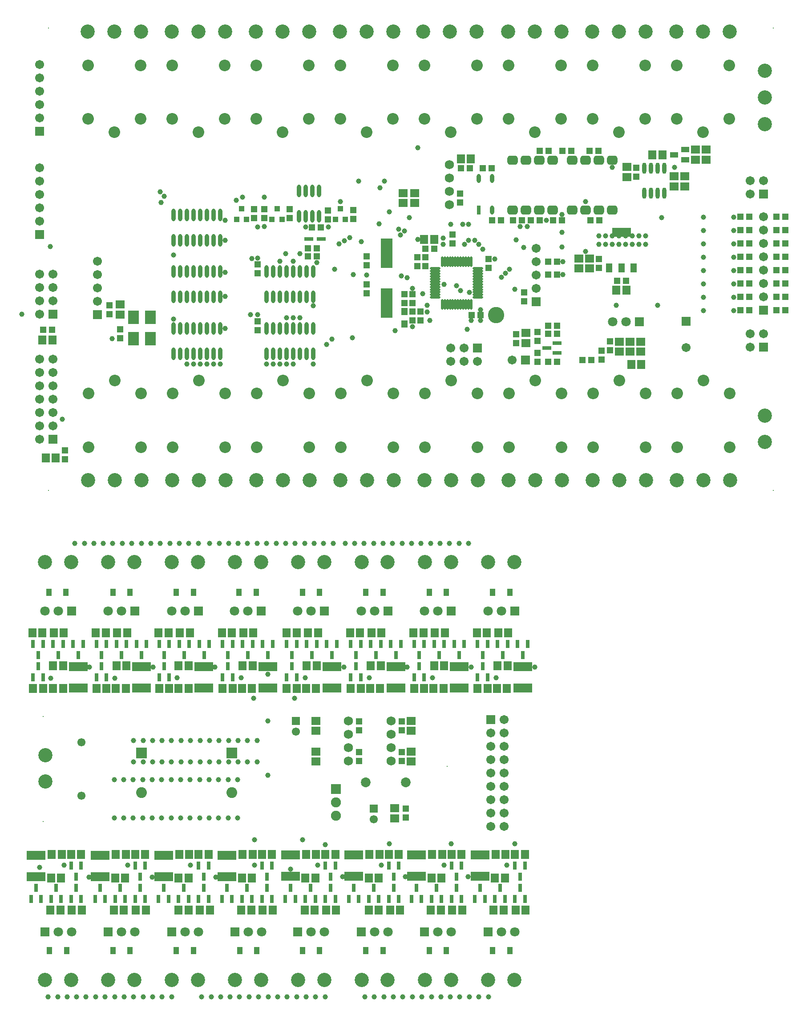
<source format=gts>
%FSDAX23Y23*%
%MOIN*%
%SFA1B1*%

%IPPOS*%
%AMD106*
4,1,8,-0.039000,0.014900,-0.039000,-0.014900,-0.020000,-0.033900,0.020000,-0.033900,0.039000,-0.014900,0.039000,0.014900,0.020000,0.033900,-0.020000,0.033900,-0.039000,0.014900,0.0*
1,1,0.038000,-0.020000,0.014900*
1,1,0.038000,-0.020000,-0.014900*
1,1,0.038000,0.020000,-0.014900*
1,1,0.038000,0.020000,0.014900*
%
%ADD96R,0.039500X0.043400*%
%ADD97R,0.047400X0.051300*%
%ADD98R,0.051300X0.047400*%
%ADD99R,0.067100X0.031600*%
%ADD100R,0.067100X0.059200*%
%ADD101R,0.047400X0.053300*%
%ADD102O,0.031600X0.094600*%
%ADD103R,0.059200X0.067100*%
%ADD104O,0.078900X0.019800*%
%ADD105O,0.019800X0.078900*%
G04~CAMADD=106~8~0.0~0.0~678.0~781.0~190.0~0.0~15~0.0~0.0~0.0~0.0~0~0.0~0.0~0.0~0.0~0~0.0~0.0~0.0~90.0~780.0~677.0*
%ADD106D106*%
%ADD107R,0.031600X0.067100*%
%ADD108O,0.031600X0.067100*%
%ADD109O,0.031600X0.082800*%
%ADD110R,0.063100X0.043400*%
%ADD111R,0.063100X0.043400*%
%ADD112R,0.078900X0.102500*%
%ADD113R,0.141900X0.071000*%
%ADD114R,0.031600X0.059200*%
%ADD115R,0.043800X0.056000*%
%ADD116R,0.086700X0.224500*%
%ADD117C,0.122000*%
%ADD118R,0.065100X0.029700*%
%ADD119R,0.051300X0.069000*%
%ADD120R,0.051300X0.069000*%
%ADD121R,0.143800X0.069000*%
%ADD122R,0.074900X0.074900*%
%ADD123C,0.074900*%
%ADD124C,0.106400*%
%ADD125R,0.067100X0.067100*%
%ADD126C,0.067100*%
%ADD127R,0.067100X0.067100*%
%ADD128R,0.071000X0.071000*%
%ADD129C,0.071000*%
%ADD130C,0.061100*%
%ADD131R,0.061100X0.061100*%
%ADD132C,0.073000*%
%ADD133C,0.008000*%
%ADD134C,0.068000*%
%ADD135C,0.086700*%
%ADD136R,0.080800X0.080800*%
%ADD137C,0.080800*%
%ADD138C,0.061100*%
%ADD139C,0.039500*%
%LNde-130817-1*%
%LPD*%
G54D96*
X02920Y07281D03*
X02957Y07202D03*
X02882D03*
X03660Y07281D03*
X03697Y07202D03*
X03622D03*
X03185Y07281D03*
X03222Y07202D03*
X03147D03*
G54D97*
X04977Y06341D03*
Y06274D03*
X05135Y06136D03*
Y06203D03*
Y06358D03*
Y06291D03*
X03012Y07211D03*
Y07278D03*
X03755Y07206D03*
Y07273D03*
X03565Y07203D03*
Y07270D03*
X03090Y07211D03*
Y07278D03*
X05035Y06588D03*
Y06655D03*
X04200Y06513D03*
Y06446D03*
X04260Y06513D03*
Y06446D03*
X04770Y06838D03*
Y06905D03*
X04295Y06920D03*
Y06853D03*
X04235D03*
Y06920D03*
X04200Y06643D03*
Y06576D03*
X04140Y06643D03*
Y06576D03*
X03855Y06858D03*
Y06925D03*
Y06715D03*
Y06648D03*
X04555Y07395D03*
Y07328D03*
X05875Y07590D03*
Y07523D03*
X02010Y06311D03*
Y06378D03*
X01595Y05473D03*
Y05406D03*
X05595Y06905D03*
Y06838D03*
X05680Y06290D03*
Y06223D03*
X05615Y06151D03*
Y06218D03*
X03800Y03443D03*
Y03376D03*
Y03213D03*
Y03146D03*
X04120Y03213D03*
Y03146D03*
Y03443D03*
Y03376D03*
X03280Y07278D03*
Y07211D03*
X04150Y02788D03*
Y02721D03*
X03040Y06798D03*
Y06865D03*
Y06373D03*
Y06440D03*
X01930Y06493D03*
Y06560D03*
X04500Y07090D03*
Y07023D03*
G54D98*
X05216Y06405D03*
X05283D03*
X05216Y06135D03*
X05283D03*
Y06345D03*
X05216D03*
X05283Y06790D03*
X05216D03*
X05283Y06885D03*
X05216D03*
X03446Y07142D03*
X03513D03*
X04641Y06487D03*
X04708D03*
X04363Y06982D03*
X04296D03*
X05598Y07197D03*
X05531D03*
X04863D03*
X04796D03*
X04561Y07587D03*
X04628D03*
X05318Y07197D03*
X05251D03*
X05086D03*
X05153D03*
X05018D03*
X04951D03*
X05593Y07717D03*
X05526D03*
X05388Y07715D03*
X05321D03*
X05218Y07717D03*
X05151D03*
X04726Y07587D03*
X04793D03*
X01431Y06375D03*
X01498D03*
X05538Y06150D03*
X05471D03*
X05798Y06742D03*
X05731D03*
X03483Y06986D03*
X03416D03*
Y06927D03*
X03483D03*
X06656Y07222D03*
X06723D03*
X06656Y07122D03*
X06723D03*
X06656Y07022D03*
X06723D03*
X06656Y06922D03*
X06723D03*
X06656Y06822D03*
X06723D03*
X06656Y06722D03*
X06723D03*
X06656Y06622D03*
X06723D03*
X06656Y06522D03*
X06723D03*
X06926D03*
X06993D03*
X06926Y06622D03*
X06993D03*
X06926Y06722D03*
X06993D03*
X06926Y06822D03*
X06993D03*
X06926Y06922D03*
X06993D03*
X06926Y07022D03*
X06993D03*
X06926Y07122D03*
X06993D03*
X06926Y07222D03*
X06993D03*
G54D99*
X05282Y06202D03*
Y06277D03*
X05207Y06240D03*
G54D100*
X05050Y06352D03*
Y06277D03*
X04215Y07399D03*
Y07324D03*
X04130Y07399D03*
Y07324D03*
X06240Y07524D03*
Y07449D03*
X06400Y07724D03*
Y07649D03*
X06320Y07724D03*
Y07649D03*
X06160Y07524D03*
Y07449D03*
X05445Y06909D03*
Y06834D03*
X05525Y06909D03*
Y06834D03*
X05830Y06286D03*
Y06211D03*
X05750Y06286D03*
Y06211D03*
X05910Y06286D03*
Y06211D03*
X04190Y03217D03*
Y03142D03*
X03475Y03217D03*
Y03142D03*
Y03447D03*
Y03372D03*
X04190Y03447D03*
Y03372D03*
X02010Y06489D03*
Y06564D03*
X04065Y02792D03*
Y02717D03*
X05805Y07594D03*
Y07519D03*
G54D101*
X04140Y06511D03*
Y06418D03*
G54D102*
X03350Y07227D03*
X03400D03*
X03450D03*
X03500D03*
X03350Y07416D03*
X03400D03*
X03450D03*
X03500D03*
X03105Y06622D03*
X03155D03*
X03205D03*
X03255D03*
X03305D03*
X03355D03*
X03405D03*
X03455D03*
X03105Y06811D03*
X03155D03*
X03205D03*
X03255D03*
X03305D03*
X03355D03*
X03405D03*
X03455D03*
X02410Y06197D03*
X02460D03*
X02510D03*
X02560D03*
X02610D03*
X02660D03*
X02710D03*
X02760D03*
X02410Y06386D03*
X02460D03*
X02510D03*
X02560D03*
X02610D03*
X02660D03*
X02710D03*
X02760D03*
X02410Y06622D03*
X02460D03*
X02510D03*
X02560D03*
X02610D03*
X02660D03*
X02710D03*
X02760D03*
X02410Y06811D03*
X02460D03*
X02510D03*
X02560D03*
X02610D03*
X02660D03*
X02710D03*
X02760D03*
X02410Y07047D03*
X02460D03*
X02510D03*
X02560D03*
X02610D03*
X02660D03*
X02710D03*
X02760D03*
X02410Y07236D03*
X02460D03*
X02510D03*
X02560D03*
X02610D03*
X02660D03*
X02710D03*
X02760D03*
X03105Y06197D03*
X03155D03*
X03205D03*
X03255D03*
X03305D03*
X03355D03*
X03405D03*
X03455D03*
X03105Y06386D03*
X03155D03*
X03205D03*
X03255D03*
X03305D03*
X03355D03*
X03405D03*
X03455D03*
G54D103*
X04362Y07052D03*
X04287D03*
X04562Y07657D03*
X04637D03*
X06072Y07687D03*
X05997D03*
X01427Y06300D03*
X01502D03*
X01452Y05415D03*
X01527D03*
X05802Y06672D03*
X05727D03*
X05914Y06117D03*
X05839D03*
X01492Y02270D03*
X01567D03*
X01647Y02030D03*
X01722D03*
X01562D03*
X01487D03*
X01497Y02445D03*
X01572D03*
X01642D03*
X01717D03*
X01972Y02270D03*
X02047D03*
X02127Y02030D03*
X02202D03*
X02037D03*
X01962D03*
X01977Y02445D03*
X02052D03*
X02122D03*
X02197D03*
X02522Y02030D03*
X02447D03*
X02452Y02445D03*
X02527D03*
X02597D03*
X02672D03*
X02447Y02270D03*
X02522D03*
X02607Y02030D03*
X02682D03*
X03077D03*
X03152D03*
X02922Y02270D03*
X02997D03*
X02992Y02030D03*
X02917D03*
X02927Y02445D03*
X03002D03*
X03072D03*
X03147D03*
X03397Y02270D03*
X03472D03*
X03467Y02030D03*
X03392D03*
X03552D03*
X03627D03*
X03402Y02445D03*
X03477D03*
X03547D03*
X03622D03*
X03947Y02030D03*
X03872D03*
Y02269D03*
X03947D03*
X04032Y02030D03*
X04107D03*
X03877Y02445D03*
X03952D03*
X04022D03*
X04097D03*
X04342Y02269D03*
X04417D03*
X04412Y02030D03*
X04337D03*
X04497D03*
X04572D03*
X04347Y02445D03*
X04422D03*
X04492D03*
X04567D03*
X04882Y02030D03*
X04807D03*
X04817Y02269D03*
X04892D03*
X04972Y02030D03*
X05047D03*
X04822Y02445D03*
X04897D03*
X04967D03*
X05042D03*
X04757Y04105D03*
X04682D03*
X04912Y03860D03*
X04837D03*
X04842Y04105D03*
X04917D03*
X04907Y03690D03*
X04832D03*
X04762D03*
X04687D03*
X04282Y04105D03*
X04207D03*
X04437Y03860D03*
X04362D03*
X04432Y03690D03*
X04357D03*
X04287D03*
X04212D03*
X04367Y04105D03*
X04442D03*
X03892D03*
X03967D03*
X03807D03*
X03732D03*
X03962Y03860D03*
X03887D03*
X03957Y03690D03*
X03882D03*
X03812D03*
X03737D03*
X03482Y03860D03*
X03407D03*
X03417Y04105D03*
X03492D03*
X03477Y03690D03*
X03402D03*
X03332D03*
X03257D03*
X03332Y04105D03*
X03257D03*
X02847D03*
X02772D03*
X03002Y03860D03*
X02927D03*
X02932Y04105D03*
X03007D03*
X02997Y03690D03*
X02922D03*
X02852D03*
X02777D03*
X02457Y04105D03*
X02532D03*
X02522Y03860D03*
X02447D03*
X02522Y03690D03*
X02447D03*
X02377D03*
X02302D03*
X02372Y04105D03*
X02297D03*
X01987D03*
X02062D03*
X01902D03*
X01827D03*
X02057Y03860D03*
X01982D03*
X02052Y03690D03*
X01977D03*
X01907D03*
X01832D03*
X01427Y04105D03*
X01352D03*
X01512D03*
X01587D03*
X01582Y03860D03*
X01507D03*
X01432Y03690D03*
X01357D03*
X01582D03*
X01507D03*
G54D104*
X04370Y06835D03*
Y06815D03*
Y06795D03*
Y06776D03*
Y06756D03*
Y06736D03*
Y06717D03*
Y06697D03*
Y06677D03*
Y06658D03*
Y06638D03*
Y06618D03*
X04689D03*
Y06638D03*
Y06658D03*
Y06677D03*
Y06697D03*
Y06717D03*
Y06736D03*
Y06756D03*
Y06776D03*
Y06795D03*
Y06815D03*
Y06835D03*
G54D105*
X04422Y06567D03*
X04441D03*
X04461D03*
X04481D03*
X04500D03*
X04520D03*
X04540D03*
X04559D03*
X04579D03*
X04599D03*
X04618D03*
X04638D03*
Y06886D03*
X04618D03*
X04599D03*
X04579D03*
X04559D03*
X04540D03*
X04520D03*
X04500D03*
X04481D03*
X04461D03*
X04441D03*
X04422D03*
G54D106*
X05695Y07646D03*
X05595D03*
X05495D03*
X05395D03*
X05695Y07272D03*
X05595D03*
X05495D03*
X05395D03*
X04950D03*
X05050D03*
X05150D03*
X05250D03*
X04950Y07646D03*
X05050D03*
X05150D03*
X05250D03*
G54D107*
X04695Y07272D03*
G54D108*
X04795Y07272D03*
X04695Y07508D03*
X04795D03*
G54D109*
X06085Y07584D03*
X06035D03*
X05985D03*
X05935D03*
X06085Y07399D03*
X06035D03*
X05985D03*
X05935D03*
G54D110*
X06158Y07687D03*
X06242Y07649D03*
G54D111*
X06242Y07724D03*
G54D112*
X02110Y06470D03*
Y06309D03*
X02235D03*
Y06470D03*
G54D113*
X01380Y02440D03*
Y02279D03*
X01860Y02440D03*
Y02279D03*
X02335Y02440D03*
Y02279D03*
X02810Y02440D03*
Y02279D03*
X03285Y02443D03*
Y02281D03*
X03760Y02443D03*
Y02281D03*
X04230Y02443D03*
Y02281D03*
X04705Y02443D03*
Y02281D03*
X05025Y03692D03*
Y03853D03*
X04550Y03692D03*
Y03853D03*
X04075Y03692D03*
Y03853D03*
X03595Y03692D03*
Y03853D03*
X03115Y03692D03*
Y03853D03*
X02635Y03692D03*
Y03853D03*
X02170Y03692D03*
Y03853D03*
X01695Y03692D03*
Y03853D03*
G54D114*
X01717Y02361D03*
X01642D03*
X01680Y02278D03*
X01492Y02113D03*
X01567D03*
X01530Y02196D03*
X01342Y02113D03*
X01417D03*
X01380Y02196D03*
X01642Y02113D03*
X01717D03*
X01680Y02196D03*
X02197Y02361D03*
X02122D03*
X02160Y02278D03*
X01972Y02113D03*
X02047D03*
X02010Y02196D03*
X01822Y02113D03*
X01897D03*
X01860Y02196D03*
X02122Y02113D03*
X02197D03*
X02160Y02196D03*
X02672Y02361D03*
X02597D03*
X02635Y02278D03*
X02447Y02113D03*
X02522D03*
X02485Y02196D03*
X02297Y02113D03*
X02372D03*
X02335Y02196D03*
X02597Y02113D03*
X02672D03*
X02635Y02196D03*
X03147Y02361D03*
X03072D03*
X03110Y02278D03*
X02922Y02113D03*
X02997D03*
X02960Y02196D03*
X02772Y02113D03*
X02847D03*
X02810Y02196D03*
X03072Y02113D03*
X03147D03*
X03110Y02196D03*
X03622Y02361D03*
X03547D03*
X03585Y02278D03*
X03397Y02113D03*
X03472D03*
X03435Y02196D03*
X03247Y02113D03*
X03322D03*
X03285Y02196D03*
X03547Y02113D03*
X03622D03*
X03585Y02196D03*
X04097Y02361D03*
X04022D03*
X04060Y02278D03*
X03872Y02113D03*
X03947D03*
X03910Y02196D03*
X03722Y02113D03*
X03797D03*
X03760Y02196D03*
X04022Y02113D03*
X04097D03*
X04060Y02196D03*
X04567Y02361D03*
X04492D03*
X04530Y02278D03*
X04342Y02113D03*
X04417D03*
X04380Y02196D03*
X04192Y02113D03*
X04267D03*
X04230Y02196D03*
X04492Y02113D03*
X04567D03*
X04530Y02196D03*
X05042Y02361D03*
X04967D03*
X05005Y02278D03*
X04817Y02113D03*
X04892D03*
X04855Y02196D03*
X04667Y02113D03*
X04742D03*
X04705Y02196D03*
X04967Y02113D03*
X05042D03*
X05005Y02196D03*
X04687Y03773D03*
X04762D03*
X04725Y03856D03*
X05062Y04021D03*
X04987D03*
X05025Y03938D03*
X04912Y04021D03*
X04837D03*
X04875Y03938D03*
X04762Y04021D03*
X04687D03*
X04725Y03938D03*
X04212Y03773D03*
X04287D03*
X04250Y03856D03*
X04587Y04021D03*
X04512D03*
X04550Y03938D03*
X04437Y04021D03*
X04362D03*
X04400Y03938D03*
X04287Y04021D03*
X04212D03*
X04250Y03938D03*
X03737Y03773D03*
X03812D03*
X03775Y03856D03*
X03962Y04021D03*
X03887D03*
X03925Y03938D03*
X04112Y04021D03*
X04037D03*
X04075Y03938D03*
X03812Y04021D03*
X03737D03*
X03775Y03938D03*
X03257Y03773D03*
X03332D03*
X03295Y03856D03*
X03482Y04021D03*
X03407D03*
X03445Y03938D03*
X03632Y04021D03*
X03557D03*
X03595Y03938D03*
X03332Y04021D03*
X03257D03*
X03295Y03938D03*
X02777Y03773D03*
X02852D03*
X02815Y03856D03*
X03002Y04021D03*
X02927D03*
X02965Y03938D03*
X03152Y04021D03*
X03077D03*
X03115Y03938D03*
X01907Y04021D03*
X01832D03*
X01870Y03938D03*
X02302Y03773D03*
X02377D03*
X02340Y03856D03*
X02527Y04021D03*
X02452D03*
X02490Y03938D03*
X02677Y04021D03*
X02602D03*
X02640Y03938D03*
X02852Y04021D03*
X02777D03*
X02815Y03938D03*
X02057Y04021D03*
X01982D03*
X02020Y03938D03*
X02207Y04021D03*
X02132D03*
X02170Y03938D03*
X01832Y03773D03*
X01907D03*
X01870Y03856D03*
X01732Y04021D03*
X01657D03*
X01695Y03938D03*
X01582Y04021D03*
X01507D03*
X01545Y03938D03*
X01357Y03773D03*
X01432D03*
X01395Y03856D03*
X01432Y04021D03*
X01357D03*
X01395Y03938D03*
X02377Y04021D03*
X02302D03*
X02340Y03938D03*
G54D115*
X01480Y01725D03*
X01609D03*
X01955D03*
X02084D03*
X02430D03*
X02559D03*
X02905D03*
X03034D03*
X03850D03*
X03979D03*
X04325D03*
X04454D03*
X04800D03*
X04929D03*
Y04410D03*
X04800D03*
X04454D03*
X04325D03*
X03979D03*
X03850D03*
X03504D03*
X03375D03*
X03029D03*
X02900D03*
X02559D03*
X02430D03*
X03375Y01725D03*
X03504D03*
X01604Y04410D03*
X01475D03*
X02084D03*
X01955D03*
G54D116*
X04005Y06949D03*
Y06575D03*
G54D117*
X04825Y06485D03*
G54D118*
X03516Y07057D03*
X03424D03*
G54D119*
X05674Y06839D03*
G54D120*
X05765Y06839D03*
X05855D03*
G54D121*
X05765Y07104D03*
G54D122*
X03625Y02935D03*
G54D123*
X03625Y02835D03*
Y02735D03*
G54D124*
X06840Y07916D03*
Y08116D03*
Y08316D03*
X06840Y05536D03*
Y05733D03*
X06578Y05250D03*
X06378D03*
X06178D03*
X05948D03*
X05748D03*
X05548D03*
X05318D03*
X05118D03*
X04918D03*
X04688D03*
X04488D03*
X04288D03*
X04058D03*
X03858D03*
X03658D03*
X03428D03*
X03228D03*
X03028D03*
X02798D03*
X02598D03*
X02398D03*
X02168D03*
X01968D03*
X01768D03*
X01450Y03188D03*
Y02991D03*
X04766Y04635D03*
X04963D03*
X04292D03*
X04489D03*
X03818D03*
X04014D03*
X03343D03*
X03540D03*
X02869D03*
X03066D03*
X02395D03*
X02592D03*
X01920D03*
X02117D03*
X01446D03*
X01643D03*
Y01505D03*
X01446D03*
X02117D03*
X01920D03*
X02592D03*
X02395D03*
X03066D03*
X02869D03*
X03540D03*
X03343D03*
X04014D03*
X03818D03*
X04489D03*
X04292D03*
X04963D03*
X04766D03*
X01765Y08610D03*
X01965D03*
X02165D03*
X02395D03*
X02595D03*
X02795D03*
X03025D03*
X03225D03*
X03425D03*
X03655D03*
X03855D03*
X04055D03*
X04280D03*
X04480D03*
X04680D03*
X04915D03*
X05115D03*
X05315D03*
X05545D03*
X05745D03*
X05945D03*
X06175D03*
X06375D03*
X06575D03*
G54D125*
X05045Y06150D03*
X04685Y06240D03*
G54D126*
X04945Y06150D03*
X04485Y06140D03*
Y06240D03*
X04585Y06140D03*
Y06240D03*
X04685Y06140D03*
X01840Y06590D03*
Y06690D03*
Y06790D03*
Y06890D03*
X01405Y06157D03*
X01505D03*
X01405Y06057D03*
X01505D03*
X01405Y05957D03*
X01505D03*
X01405Y05857D03*
X01505D03*
X01405Y05757D03*
X01505D03*
X01405Y05657D03*
X01505D03*
X01405Y05557D03*
Y06492D03*
X01505Y06592D03*
X01405D03*
X01505Y06692D03*
X01405D03*
X01505Y06792D03*
X01405D03*
X05125Y06687D03*
Y06787D03*
Y06887D03*
Y06987D03*
X06730Y07392D03*
X06830Y07492D03*
X06730D03*
X06830Y07222D03*
Y07122D03*
Y07022D03*
Y06922D03*
Y06822D03*
Y06722D03*
Y06622D03*
X06730Y06247D03*
X06830Y06347D03*
X06730D03*
X01405Y07590D03*
Y07490D03*
Y07390D03*
Y07290D03*
Y07190D03*
Y08363D03*
Y08263D03*
Y08163D03*
Y08063D03*
Y07963D03*
X04885Y03455D03*
X04785Y03355D03*
X04885D03*
X04785Y03255D03*
X04885D03*
X04785Y03155D03*
X04885D03*
X04785Y03055D03*
X04885D03*
X04785Y02955D03*
X04885D03*
X04785Y02855D03*
X04885D03*
X04785Y02755D03*
X04885D03*
X04785Y02655D03*
X04885D03*
X06250Y06243D03*
G54D127*
X01840Y06490D03*
X01505Y05557D03*
Y06492D03*
X05125Y06587D03*
X06830Y07392D03*
Y06522D03*
Y06247D03*
X01405Y07090D03*
Y07863D03*
X04785Y03455D03*
X06250Y06440D03*
G54D128*
X04765Y01865D03*
X04290D03*
X03815D03*
X03340D03*
X02870D03*
X02395D03*
X01920D03*
X01445D03*
X05900Y06437D03*
X04965Y04270D03*
X04490D03*
X03540D03*
X04015D03*
X02595D03*
X03065D03*
X01645D03*
X02120D03*
G54D129*
X04865Y01865D03*
X04965D03*
X04390D03*
X04490D03*
X03915D03*
X04015D03*
X03440D03*
X03540D03*
X02970D03*
X03070D03*
X02495D03*
X02595D03*
X02020D03*
X02120D03*
X01545D03*
X01645D03*
X05700Y06437D03*
X05800D03*
X04865Y04270D03*
X04765D03*
X04390D03*
X04290D03*
X03440D03*
X03340D03*
X03915D03*
X03815D03*
X02495D03*
X02395D03*
X02965D03*
X02865D03*
X01545D03*
X01445D03*
X02020D03*
X01920D03*
G54D130*
X03910Y02710D03*
X03325Y03365D03*
G54D131*
X03910Y02789D03*
X03325Y03444D03*
G54D132*
X03850Y02985D03*
X04150D03*
G54D133*
X04460Y03105D03*
X01431Y03480D03*
Y02693D03*
X06904Y05173D03*
X01471D03*
X06904Y08637D03*
X01471D03*
G54D134*
X04475Y07312D03*
Y07412D03*
Y07512D03*
Y07612D03*
X04040Y03145D03*
Y03245D03*
Y03345D03*
Y03445D03*
X03720Y03145D03*
Y03245D03*
Y03345D03*
Y03445D03*
G54D135*
X06572Y08357D03*
X06178D03*
X06572Y07955D03*
X06178D03*
X06375Y07857D03*
X05942Y08357D03*
X05548D03*
X05942Y07955D03*
X05548D03*
X05745Y07857D03*
X05312Y08357D03*
X04918D03*
X05312Y07955D03*
X04918D03*
X05115Y07857D03*
X04682Y08357D03*
X04288D03*
X04682Y07955D03*
X04288D03*
X04485Y07857D03*
X04052Y08357D03*
X03658D03*
X04052Y07955D03*
X03658D03*
X03855Y07857D03*
X03421Y08357D03*
X03028D03*
X03421Y07955D03*
X03028D03*
X03225Y07857D03*
X02791Y08357D03*
X02398D03*
X02791Y07955D03*
X02398D03*
X02595Y07857D03*
X02161Y08357D03*
X01768D03*
X02161Y07955D03*
X01768D03*
X01965Y07857D03*
X06181Y05497D03*
X06575D03*
X06181Y05898D03*
X06575D03*
X06378Y05997D03*
X05551Y05497D03*
X05945D03*
X05551Y05898D03*
X05945D03*
X05748Y05997D03*
X04921Y05497D03*
X05315D03*
X04921Y05898D03*
X05315D03*
X05118Y05997D03*
X04291Y05497D03*
X04685D03*
X04291Y05898D03*
X04685D03*
X04488Y05997D03*
X03661Y05497D03*
X04055D03*
X03661Y05898D03*
X04055D03*
X03858Y05997D03*
X03031Y05497D03*
X03425D03*
X03031Y05898D03*
X03425D03*
X03228Y05997D03*
X02401Y05497D03*
X02795D03*
X02401Y05898D03*
X02795D03*
X02598Y05997D03*
X01771Y05497D03*
X02165D03*
X01771Y05898D03*
X02165D03*
X01968Y05997D03*
G54D136*
X02845Y03204D03*
X02170D03*
G54D137*
X02845Y02909D03*
X02170D03*
G54D138*
X01720Y02886D03*
Y03286D03*
G54D139*
X04160Y06765D03*
X04115Y06780D03*
X03115Y03040D03*
Y03445D03*
X03010Y03615D03*
X04615Y02280D03*
X04145D03*
X03675D03*
X03285Y02335D03*
X02725Y02275D03*
X02250D03*
X01775D03*
X01405Y02350D03*
X05115Y03850D03*
X04640D03*
X04160D03*
X03685D03*
X03115Y03795D03*
X02720Y03850D03*
X02255D03*
X01780D03*
X03315Y03615D03*
X03375Y02555D03*
X03015D03*
X03545Y02520D03*
X04025Y02525D03*
X04490D03*
X04965D03*
X05320Y07105D03*
X04905Y02365D03*
X04435D03*
X03965D03*
X03490D03*
X03015D03*
X02535D03*
X02065D03*
X01590D03*
X04825Y03770D03*
X04350D03*
X03875D03*
X03395D03*
X02915D03*
X02435D03*
X01970Y03765D03*
X01490D03*
X04865Y06770D03*
X04895Y06800D03*
X04925Y06830D03*
X04725Y06980D03*
X04665Y07045D03*
X04620D03*
X04590Y07014D03*
X06605Y06520D03*
Y06620D03*
Y06720D03*
Y06820D03*
Y06920D03*
Y07020D03*
Y07120D03*
Y07220D03*
X02995Y06910D03*
X03555Y06265D03*
X03595Y06305D03*
X03356Y06945D03*
X03355Y06465D03*
X03305D03*
X03255D03*
X03205Y06890D03*
X04437Y06717D03*
X04200Y06400D03*
X04275Y06645D03*
X04200Y06685D03*
X05496Y06963D03*
X05495Y07336D03*
X05034Y06991D03*
X04975Y07050D03*
X05202Y07197D03*
X05696Y07592D03*
X06161D03*
X04239Y07052D03*
X04428Y07061D03*
Y07014D03*
X03090Y07148D03*
X03483Y06879D03*
X03455Y06120D03*
Y06556D03*
X03040Y06488D03*
X02987D03*
X03040Y07145D03*
Y06911D03*
X02315Y07330D03*
X03660Y07335D03*
X03105Y06120D03*
X03155D03*
X03205D03*
X03255D03*
X03305D03*
X02510D03*
X02560D03*
X02610D03*
X02660D03*
X02710D03*
X02760D03*
X02410Y06455D03*
X02795Y06805D03*
Y06625D03*
Y06386D03*
Y07045D03*
X02410Y06935D03*
X04815Y06905D03*
X06380Y06720D03*
Y06820D03*
Y06620D03*
Y06520D03*
Y07220D03*
X04695Y07014D03*
X06380Y06920D03*
X04560Y06670D03*
X06380Y07120D03*
Y07020D03*
X04140Y07115D03*
X04095Y07130D03*
X03815Y07035D03*
X03730Y07065D03*
X03750Y06315D03*
X05005Y07150D03*
X05060D03*
X01273Y06492D03*
X01950Y06310D03*
X01485Y07000D03*
X04240Y07740D03*
X03305Y06890D03*
X04110Y07085D03*
X03650Y07020D03*
X03755Y06790D03*
X03690Y07042D03*
X03615Y06830D03*
X03950Y07170D03*
X04310Y06510D03*
Y06560D03*
X04070Y06370D03*
X04640Y06445D03*
X04710D03*
X04625Y06655D03*
X04330Y06445D03*
X04610Y06380D03*
X04485Y07165D03*
X04575D03*
X04710Y06525D03*
X04530Y06705D03*
X04965Y06680D03*
X03398Y07145D03*
X02795Y07195D03*
X02925Y07370D03*
X03090D03*
X02880Y07345D03*
X05318Y07240D03*
X05325Y06790D03*
Y06885D03*
X05318Y06995D03*
X06065Y07215D03*
X03855Y06785D03*
X03570Y07145D03*
X04175Y07215D03*
X04620Y07165D03*
X03955Y07440D03*
X04025Y07260D03*
X03795Y07490D03*
X03990D03*
X05727Y06560D03*
X06035D03*
X05645Y07080D03*
X05695D03*
X05745D03*
X05795D03*
X05845D03*
X05895D03*
X05595D03*
X05945D03*
X05595Y07015D03*
X05945D03*
X05895D03*
X05845D03*
X05795D03*
X05745D03*
X05695D03*
X05645D03*
X02310Y07410D03*
X02340Y07375D03*
X03250Y06945D03*
X01575Y05705D03*
X02181Y03300D03*
X02252D03*
X02323D03*
X02394D03*
X02465D03*
X02536D03*
X02608D03*
X02679D03*
X02750D03*
X02821D03*
X02892D03*
X02963D03*
X03035D03*
X02110D03*
Y03140D03*
X03035D03*
X02963D03*
X02892D03*
X02821D03*
X02750D03*
X02679D03*
X02608D03*
X02536D03*
X02465D03*
X02394D03*
X02323D03*
X02252D03*
X02181D03*
X01965Y03005D03*
X02890D03*
X02818D03*
X02747D03*
X02676D03*
X02605D03*
X02534D03*
X02463D03*
X02391D03*
X02320D03*
X02249D03*
X02178D03*
X02107D03*
X02036D03*
X01965Y02720D03*
X02890D03*
X02818D03*
X02747D03*
X02676D03*
X02605D03*
X02534D03*
X02463D03*
X02391D03*
X02320D03*
X02249D03*
X02178D03*
X02107D03*
X02036D03*
X01670Y04775D03*
X02595D03*
X02523D03*
X02452D03*
X02381D03*
X02310D03*
X02239D03*
X02168D03*
X02096D03*
X02025D03*
X01954D03*
X01883D03*
X01812D03*
X01741D03*
X02680D03*
X03605D03*
X03533D03*
X03462D03*
X03391D03*
X03320D03*
X03249D03*
X03178D03*
X03106D03*
X03035D03*
X02964D03*
X02893D03*
X02822D03*
X02751D03*
X03695D03*
X04620D03*
X04548D03*
X04477D03*
X04406D03*
X04335D03*
X04264D03*
X04193D03*
X04121D03*
X04050D03*
X03979D03*
X03908D03*
X03837D03*
X03766D03*
X01470Y01378D03*
X02395D03*
X02323D03*
X02252D03*
X02181D03*
X02110D03*
X02039D03*
X01968D03*
X01896D03*
X01825D03*
X01754D03*
X01683D03*
X01612D03*
X01541D03*
X02620D03*
X03545D03*
X03473D03*
X03402D03*
X03331D03*
X03260D03*
X03189D03*
X03118D03*
X03046D03*
X02975D03*
X02904D03*
X02833D03*
X02762D03*
X02691D03*
X03843Y01378D03*
X04768D03*
X04697D03*
X04625D03*
X04554D03*
X04483D03*
X04412D03*
X04341D03*
X04270D03*
X04198D03*
X04127D03*
X04056D03*
X03985D03*
X03914D03*
M02*
</source>
